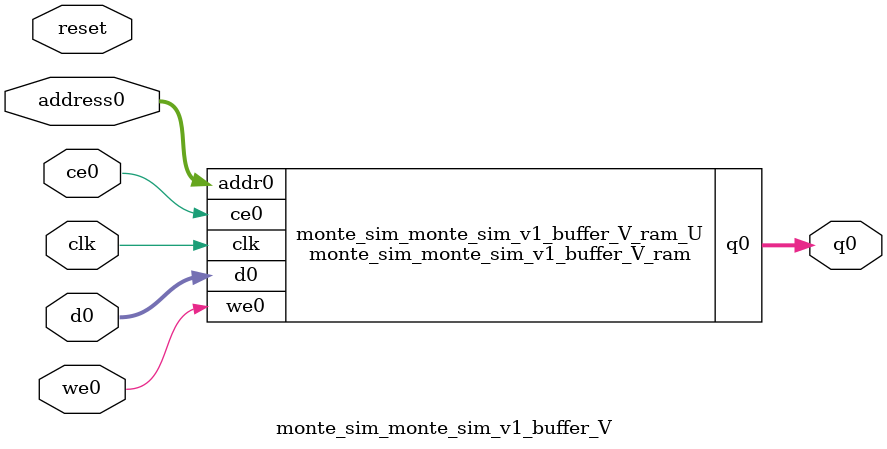
<source format=v>
`timescale 1 ns / 1 ps
module monte_sim_monte_sim_v1_buffer_V_ram (addr0, ce0, d0, we0, q0,  clk);

parameter DWIDTH = 32;
parameter AWIDTH = 10;
parameter MEM_SIZE = 1024;

input[AWIDTH-1:0] addr0;
input ce0;
input[DWIDTH-1:0] d0;
input we0;
output reg[DWIDTH-1:0] q0;
input clk;

(* ram_style = "block" *)reg [DWIDTH-1:0] ram[0:MEM_SIZE-1];




always @(posedge clk)  
begin 
    if (ce0) begin
        if (we0) 
            ram[addr0] <= d0; 
        q0 <= ram[addr0];
    end
end


endmodule

`timescale 1 ns / 1 ps
module monte_sim_monte_sim_v1_buffer_V(
    reset,
    clk,
    address0,
    ce0,
    we0,
    d0,
    q0);

parameter DataWidth = 32'd32;
parameter AddressRange = 32'd1024;
parameter AddressWidth = 32'd10;
input reset;
input clk;
input[AddressWidth - 1:0] address0;
input ce0;
input we0;
input[DataWidth - 1:0] d0;
output[DataWidth - 1:0] q0;



monte_sim_monte_sim_v1_buffer_V_ram monte_sim_monte_sim_v1_buffer_V_ram_U(
    .clk( clk ),
    .addr0( address0 ),
    .ce0( ce0 ),
    .we0( we0 ),
    .d0( d0 ),
    .q0( q0 ));

endmodule


</source>
